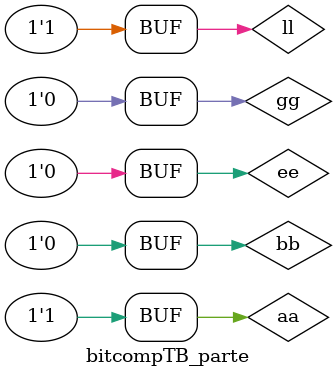
<source format=sv>
`timescale 1ns/1ns
module bitcompTB_parte();
	logic aa=0,bb=0;
	logic eqout,ltout,gtout,ltout1,eqout1,gtout1;
	logic ll=0,gg=0,ee=1;
	bit_comparator CUT(.a(aa),.b(bb),.LT(ltout),.GT(gtout),.EQ(eqout),.l(ll),.g(gg),.e(ee));
	bit_comparator_assign CUT1(.a(aa),.b(bb),.LT(ltout1),.GT(gtout1),.EQ(eqout1),.l(ll),.g(gg),.e(ee));
	initial begin
	#200;
	#200 bb=1;
	#200 bb=0;ee=0;gg=1;
	#200 aa=1;
	#200 aa=0;ee=0;gg=0;ll=1;
	#200 bb=1;
	#200 aa=1;
	#200 bb=0;
	end
endmodule



</source>
